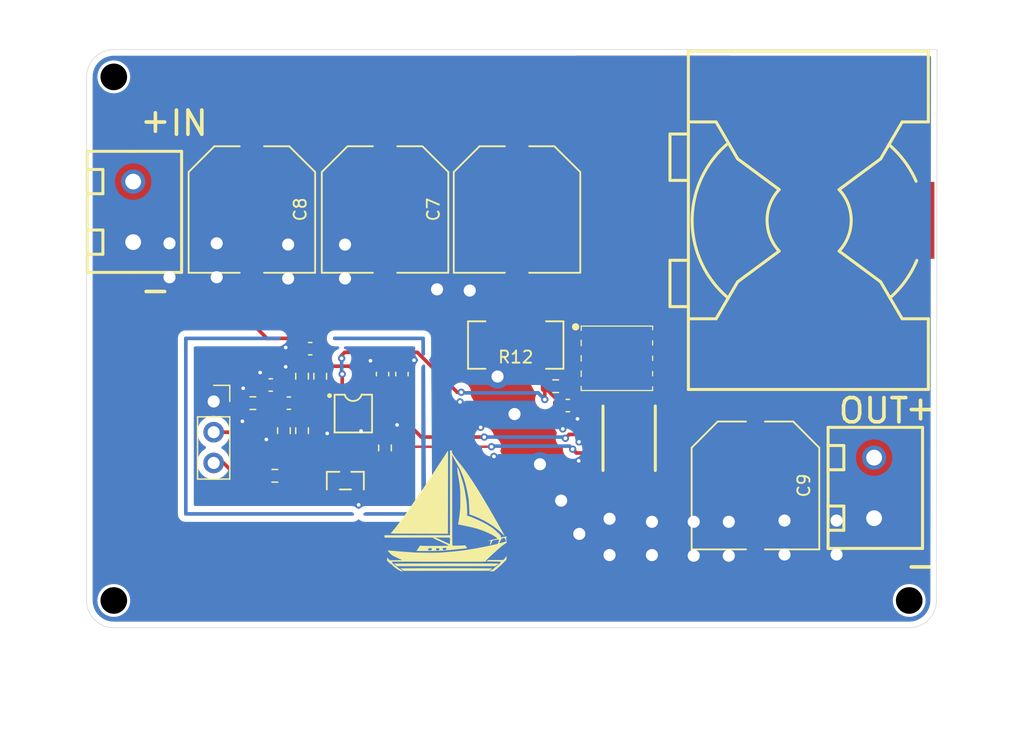
<source format=kicad_pcb>
(kicad_pcb (version 20240108) (generator "pcbnew") (generator_version "8.0")
  (layers (0 "F.Cu" signal) (31 "B.Cu" signal) (34 "B.Paste" user) (35 "F.Paste" user) (36 "B.SilkS" user "B.Silkscreen") (37 "F.SilkS" user "F.Silkscreen") (38 "B.Mask" user) (39 "F.Mask" user) (44 "Edge.Cuts" user))
  (net 0 "")
  (net 1 "GND")
  (net 2 "Net-(U1-FB)")
  (net 3 "Net-(U1-COMP)")
  (net 4 "Net-(C3-Pad1)")
  (net 5 "+16V_IN")
  (net 6 "Net-(U1-VCC)")
  (net 7 "+24V_OUT")
  (net 8 "Net-(U1-ISEN)")
  (net 9 "Net-(Q1-D)")
  (net 11 "Net-(Q1-G)")
  (net 12 "Net-(U1-UVLO)")
  (net 13 "Net-(J3-Pin_3)")
  (net 14 "Net-(J3-Pin_2)")
  (net 15 "Net-(Q2-D)")
  (net 16 "Net-(Q1-S-Pad1)")
  (net 17 "Net-(U1-FA{slash}SYNC{slash}SD)")
  (footprint "Capacitor_SMD:C_0603_1608Metric" (layer "F.Cu") (at 141.7625 99.7)
    (property "Reference" "C2" (hide yes))
    (property "Value" "33n")
    (pad "1" smd roundrect (at -0.775 0) (size 0.9 0.95) (layers "F.Cu" "F.Paste" "F.Mask") (net 1 "GND"))
    (pad "2" smd roundrect (at 0.775 0) (size 0.9 0.95) (layers "F.Cu" "F.Paste" "F.Mask") (net 3 "Net-(U1-COMP)"))
  )
  (footprint "easyeda2kicad:CAP-SMD_BD10.0-L10.4-W10.4-LS11.0-FD" (layer "F.Cu") (at 181.8 108 -90)
    (property "Reference" "C9" (at 0 -4 90) (layer "F.SilkS"))
    (property "Value" "OVZ121M1V1013-TRO")
    (pad "1" smd rect (at -4.2 0 270) (size 3.91 1.26) (layers "F.Cu" "F.Paste" "F.Mask") (net 7 "+24V_OUT"))
    (pad "2" smd rect (at 4.2 0 270) (size 3.91 1.26) (layers "F.Cu" "F.Paste" "F.Mask") (net 1 "GND"))
  )
  (footprint "MountingHole:MountingHole_2.2mm_M2" (layer "F.Cu") (at 194.5 117.5)
    (property "Reference" "H4" (hide yes))
    (property "Value" "MountingHole")
    (pad "" np_thru_hole circle (at 0 0) (size 2.2 2.2) (drill 2.2) (layers "*.Mask"))
  )
  (footprint "easyeda2kicad:TO-277_3P-L5.4-W4.0-LS6.5-BR" (layer "F.Cu") (at 171.3675 103.295 90)
    (property "Reference" "D1" (hide yes))
    (property "Value" "ST2045")
    (pad "1" smd rect (at 2.02 0.92 90) (size 1.29 1.42) (layers "F.Cu" "F.Paste" "F.Mask") (net 9 "Net-(Q1-D)"))
    (pad "2" smd rect (at -2.02 0 180) (size 3.8 4.8) (layers "F.Cu" "F.Paste" "F.Mask") (net 7 "+24V_OUT"))
    (pad "3" smd rect (at 2.02 -0.92 90) (size 1.29 1.42) (layers "F.Cu" "F.Paste" "F.Mask") (net 9 "Net-(Q1-D)"))
  )
  (footprint "Resistor_SMD:R_0603_1608Metric" (layer "F.Cu") (at 142.85 103.475 90)
    (property "Reference" "R2" (hide yes))
    (property "Value" "1k")
    (pad "1" smd roundrect (at -0.825 0 90) (size 0.8 0.95) (layers "F.Cu" "F.Paste" "F.Mask") (net 1 "GND"))
    (pad "2" smd roundrect (at 0.825 0 90) (size 0.8 0.95) (layers "F.Cu" "F.Paste" "F.Mask") (net 2 "Net-(U1-FB)"))
  )
  (footprint "Resistor_SMD:R_0603_1608Metric" (layer "F.Cu") (at 142.1 107.2)
    (property "Reference" "R8" (hide yes))
    (property "Value" "15k")
    (pad "1" smd roundrect (at -0.825 0) (size 0.8 0.95) (layers "F.Cu" "F.Paste" "F.Mask") (net 13 "Net-(J3-Pin_3)"))
    (pad "2" smd roundrect (at 0.825 0) (size 0.8 0.95) (layers "F.Cu" "F.Paste" "F.Mask") (net 15 "Net-(Q2-D)"))
  )
  (footprint "LOGO" (layer "F.Cu") (at 156.2 110.1)
    (property "Reference" "G***" (hide yes))
    (property "Value" "LOGO" (hide yes))
  )
  (footprint "Resistor_SMD:R_0603_1608Metric" (layer "F.Cu") (at 151.2 104.9 -90)
    (property "Reference" "R7" (hide yes))
    (property "Value" "205k")
    (pad "1" smd roundrect (at -0.825 0 270) (size 0.8 0.95) (layers "F.Cu" "F.Paste" "F.Mask") (net 17 "Net-(U1-FA{slash}SYNC{slash}SD)"))
    (pad "2" smd roundrect (at 0.825 0 270) (size 0.8 0.95) (layers "F.Cu" "F.Paste" "F.Mask") (net 15 "Net-(Q2-D)"))
  )
  (footprint "MountingHole:MountingHole_2.2mm_M2" (layer "F.Cu") (at 128.8 74.25)
    (property "Reference" "H1" (hide yes))
    (property "Value" "MountingHole")
    (pad "" np_thru_hole circle (at 0 0) (size 2.2 2.2) (drill 2.2) (layers "*.Mask"))
  )
  (footprint "easyeda2kicad:CONN-TH_WJ126V-5.0-2P" (layer "F.Cu") (at 130.4 85.4)
    (property "Reference" "P1" (hide yes))
    (property "Value" "WJ126V-5.0-2P")
    (pad "1" thru_hole circle (at 0 -2.5 270) (size 2 2) (drill 1.300023) (layers "*.Cu" "*.Mask") (net 5 "+16V_IN"))
    (pad "2" thru_hole circle (at 0 2.5 270) (size 2 2) (drill 1.300023) (layers "*.Cu" "*.Mask") (net 1 "GND"))
  )
  (footprint "easyeda2kicad:CAP-SMD_BD10.0-L10.3-W10.3-LS11.3-FD" (layer "F.Cu") (at 140.2 85.2 -90)
    (property "Reference" "C8" (at 0 -4 90) (layer "F.SilkS"))
    (property "Value" "HV1H227M1010PZ")
    (pad "1" smd rect (at -4.5 0 270) (size 4.5 1.65) (layers "F.Cu" "F.Paste" "F.Mask") (net 5 "+16V_IN"))
    (pad "2" smd rect (at 4.5 0 270) (size 4.5 1.65) (layers "F.Cu" "F.Paste" "F.Mask") (net 1 "GND"))
  )
  (footprint "easyeda2kicad:CONN-TH_WJ126V-5.0-2P" (layer "F.Cu") (at 191.6 108.2)
    (property "Reference" "P2" (hide yes))
    (property "Value" "WJ126V-5.0-2P")
    (pad "1" thru_hole circle (at 0 -2.5 270) (size 2 2) (drill 1.300023) (layers "*.Cu" "*.Mask") (net 7 "+24V_OUT"))
    (pad "2" thru_hole circle (at 0 2.5 270) (size 2 2) (drill 1.300023) (layers "*.Cu" "*.Mask") (net 1 "GND"))
  )
  (footprint "Resistor_SMD:R_0603_1608Metric" (layer "F.Cu") (at 144.35 98.975 90)
    (property "Reference" "R3" (hide yes))
    (property "Value" "15.4k")
    (pad "1" smd roundrect (at -0.825 0 90) (size 0.8 0.95) (layers "F.Cu" "F.Paste" "F.Mask") (net 12 "Net-(U1-UVLO)"))
    (pad "2" smd roundrect (at 0.825 0 90) (size 0.8 0.95) (layers "F.Cu" "F.Paste" "F.Mask") (net 1 "GND"))
  )
  (footprint "easyeda2kicad:SOT-23-3_L2.9-W1.3-P1.90-LS2.4-BR" (layer "F.Cu") (at 147.925 107.6 -90)
    (property "Reference" "Q2" (hide yes))
    (property "Value" "2N7002K_C414015")
    (pad "1" smd rect (at 1 0.95 270) (size 1.25 0.7) (layers "F.Cu" "F.Paste" "F.Mask") (net 14 "Net-(J3-Pin_2)"))
    (pad "2" smd rect (at 1 -0.95 270) (size 1.25 0.7) (layers "F.Cu" "F.Paste" "F.Mask") (net 1 "GND"))
    (pad "3" smd rect (at -1 0 270) (size 1.25 0.7) (layers "F.Cu" "F.Paste" "F.Mask") (net 15 "Net-(Q2-D)"))
  )
  (footprint "Connector_PinSocket_2.54mm:PinSocket_1x03_P2.54mm_Vertical" (layer "F.Cu") (at 137.05 101.06)
    (property "Reference" "J3" (hide yes))
    (property "Value" "Conn_01x03_Socket")
    (pad "1" thru_hole rect (at 0 0) (size 1.7 1.7) (drill 1) (layers "*.Cu" "*.Mask") (net 1 "GND"))
    (pad "2" thru_hole oval (at 0 2.54) (size 1.7 1.7) (drill 1) (layers "*.Cu" "*.Mask") (net 14 "Net-(J3-Pin_2)"))
    (pad "3" thru_hole oval (at 0 5.08) (size 1.7 1.7) (drill 1) (layers "*.Cu" "*.Mask") (net 13 "Net-(J3-Pin_3)"))
  )
  (footprint "easyeda2kicad:R2512" (layer "F.Cu") (at 162 96.4 180)
    (property "Reference" "R12" (at 0 -1 0) (layer "F.SilkS"))
    (property "Value" "FRM252WFR0025TN")
    (pad "1" smd rect (at -3.07 0 180) (size 1.28 3.46) (layers "F.Cu" "F.Paste" "F.Mask") (net 16 "Net-(Q1-S-Pad1)"))
    (pad "2" smd rect (at 3.07 0 180) (size 1.28 3.46) (layers "F.Cu" "F.Paste" "F.Mask") (net 1 "GND"))
  )
  (footprint "easyeda2kicad:IND-SMD_3P-L27.9-W19.7-P10.43-LS27.9-BL-A" (layer "F.Cu") (at 182.9 86.1 -90)
    (property "Reference" "L1" (hide yes))
    (property "Value" "RSPQ2918-100M")
    (pad "1" smd rect (at -5.22 11.04 270) (size 5.33 5.59) (layers "F.Cu" "F.Paste" "F.Mask") (net 5 "+16V_IN"))
    (pad "2" smd rect (at 5.22 11.04 270) (size 5.33 5.59) (layers "F.Cu" "F.Paste" "F.Mask") (net 9 "Net-(Q1-D)"))
    (pad "3" smd rect (at 0 -11.04 270) (size 6.35 5.28) (layers "F.Cu" "F.Paste" "F.Mask"))
  )
  (footprint "Capacitor_SMD:C_0603_1608Metric" (layer "F.Cu") (at 145.025 96.7)
    (property "Reference" "C10" (hide yes))
    (property "Value" "100n")
    (pad "1" smd roundrect (at -0.775 0) (size 0.9 0.95) (layers "F.Cu" "F.Paste" "F.Mask") (net 1 "GND"))
    (pad "2" smd roundrect (at 0.775 0) (size 0.9 0.95) (layers "F.Cu" "F.Paste" "F.Mask") (net 5 "+16V_IN"))
  )
  (footprint "Capacitor_SMD:C_0603_1608Metric" (layer "F.Cu") (at 143.2625 101.2)
    (property "Reference" "C3" (hide yes))
    (property "Value" "680n")
    (pad "1" smd roundrect (at -0.775 0) (size 0.9 0.95) (layers "F.Cu" "F.Paste" "F.Mask") (net 4 "Net-(C3-Pad1)"))
    (pad "2" smd roundrect (at 0.775 0) (size 0.9 0.95) (layers "F.Cu" "F.Paste" "F.Mask") (net 3 "Net-(U1-COMP)"))
  )
  (footprint "Capacitor_SMD:C_0603_1608Metric" (layer "F.Cu") (at 152.6 98.8 90)
    (property "Reference" "C5" (hide yes))
    (property "Value" "1uF")
    (pad "1" smd roundrect (at -0.775 0 90) (size 0.9 0.95) (layers "F.Cu" "F.Paste" "F.Mask") (net 6 "Net-(U1-VCC)"))
    (pad "2" smd roundrect (at 0.775 0 90) (size 0.9 0.95) (layers "F.Cu" "F.Paste" "F.Mask") (net 1 "GND"))
  )
  (footprint "Resistor_SMD:R_0603_1608Metric" (layer "F.Cu") (at 144.35 103.475 -90)
    (property "Reference" "R4" (hide yes))
    (property "Value" "18.2k")
    (pad "1" smd roundrect (at -0.825 0 270) (size 0.8 0.95) (layers "F.Cu" "F.Paste" "F.Mask") (net 2 "Net-(U1-FB)"))
    (pad "2" smd roundrect (at 0.825 0 270) (size 0.8 0.95) (layers "F.Cu" "F.Paste" "F.Mask") (net 7 "+24V_OUT"))
  )
  (footprint "Resistor_SMD:R_0603_1608Metric" (layer "F.Cu") (at 165.3 99.8)
    (property "Reference" "R11" (hide yes))
    (property "Value" "100")
    (pad "1" smd roundrect (at -0.825 0) (size 0.8 0.95) (layers "F.Cu" "F.Paste" "F.Mask") (net 8 "Net-(U1-ISEN)"))
    (pad "2" smd roundrect (at 0.825 0) (size 0.8 0.95) (layers "F.Cu" "F.Paste" "F.Mask") (net 16 "Net-(Q1-S-Pad1)"))
  )
  (footprint "Resistor_SMD:R_0603_1608Metric" (layer "F.Cu") (at 140.2875 101.2)
    (property "Reference" "R1" (hide yes))
    (property "Value" "866")
    (pad "1" smd roundrect (at -0.825 0) (size 0.8 0.95) (layers "F.Cu" "F.Paste" "F.Mask") (net 1 "GND"))
    (pad "2" smd roundrect (at 0.825 0) (size 0.8 0.95) (layers "F.Cu" "F.Paste" "F.Mask") (net 4 "Net-(C3-Pad1)"))
  )
  (footprint "MountingHole:MountingHole_2.2mm_M2" (layer "F.Cu") (at 128.8 117.5)
    (property "Reference" "H3" (hide yes))
    (property "Value" "MountingHole")
    (pad "" np_thru_hole circle (at 0 0) (size 2.2 2.2) (drill 2.2) (layers "*.Mask"))
  )
  (footprint "easyeda2kicad:VSSOP-10_L3.0-W3.0-P0.50-LS4.9-BL" (layer "F.Cu") (at 148.6 102.1 -90)
    (property "Reference" "U1" (hide yes))
    (property "Value" "LM3481MMX/NOPB")
    (pad "1" smd rect (at -1 2.35 270) (size 0.3 1.3) (layers "F.Cu" "F.Paste" "F.Mask") (net 8 "Net-(U1-ISEN)"))
    (pad "2" smd rect (at -0.5 2.35 270) (size 0.3 1.3) (layers "F.Cu" "F.Paste" "F.Mask") (net 12 "Net-(U1-UVLO)"))
    (pad "3" smd rect (at 0 2.35 270) (size 0.3 1.3) (layers "F.Cu" "F.Paste" "F.Mask") (net 3 "Net-(U1-COMP)"))
    (pad "4" smd rect (at 0.5 2.35 270) (size 0.3 1.3) (layers "F.Cu" "F.Paste" "F.Mask") (net 2 "Net-(U1-FB)"))
    (pad "5" smd rect (at 1 2.35 270) (size 0.3 1.3) (layers "F.Cu" "F.Paste" "F.Mask") (net 1 "GND"))
    (pad "6" smd rect (at 1 -2.35 270) (size 0.3 1.3) (layers "F.Cu" "F.Paste" "F.Mask") (net 17 "Net-(U1-FA{slash}SYNC{slash}SD)"))
    (pad "7" smd rect (at 0.5 -2.35 270) (size 0.3 1.3) (layers "F.Cu" "F.Paste" "F.Mask") (net 1 "GND"))
    (pad "8" smd rect (at 0 -2.35 270) (size 0.3 1.3) (layers "F.Cu" "F.Paste" "F.Mask") (net 11 "Net-(Q1-G)"))
    (pad "9" smd rect (at -0.5 -2.35 270) (size 0.3 1.3) (layers "F.Cu" "F.Paste" "F.Mask") (net 6 "Net-(U1-VCC)"))
    (pad "10" smd rect (at -1 -2.35 270) (size 0.3 1.3) (layers "F.Cu" "F.Paste" "F.Mask") (net 5 "+16V_IN"))
  )
  (footprint "easyeda2kicad:TDSON-8_L5.9-W5.2-P1.27-BL" (layer "F.Cu") (at 169.255 97.495 -90)
    (property "Reference" "Q1" (hide yes))
    (property "Value" "BSC0702LS-HXY")
    (pad "1" smd rect (at -1.9 1.78 270) (size 0.5 0.9) (layers "F.Cu" "F.Paste" "F.Mask") (net 16 "Net-(Q1-S-Pad1)"))
    (pad "2" smd rect (at -0.63 1.78 270) (size 0.5 0.9) (layers "F.Cu" "F.Paste" "F.Mask") (net 16 "Net-(Q1-S-Pad1)"))
    (pad "3" smd rect (at 0.64 1.78 270) (size 0.5 0.9) (layers "F.Cu" "F.Paste" "F.Mask") (net 16 "Net-(Q1-S-Pad1)"))
    (pad "4" smd rect (at 1.91 1.78 270) (size 0.5 0.9) (layers "F.Cu" "F.Paste" "F.Mask") (net 11 "Net-(Q1-G)"))
    (pad "5" smd custom (at 0 -1.77 270) (size 0.01 0.01) (layers "F.Cu" "F.Paste" "F.Mask") (net 9 "Net-(Q1-D)") (options (clearance outline) (anchor circle)) (primitives (gr_poly (pts (xy -2.21 1.87) (xy 2.2 1.87) (xy 2.2 -2.68) (xy 1.6 -2.68) (xy 1.6 -1.88) (xy 0.93 -1.88) (xy 0.93 -2.68) (xy 0.33 -2.68) (xy 0.33 -1.88) (xy -0.34 -1.88) (xy -0.34 -2.68) (xy -0.94 -2.68) (xy -0.94 -1.88) (xy -1.61 -1.88) (xy -1.61 -2.68) (xy -2.21 -2.68)) (width 0.1) (fill yes))))
  )
  (footprint "easyeda2kicad:CAP-SMD_BD10.0-L10.3-W10.3-LS11.3-FD" (layer "F.Cu") (at 162.1 85.2 -90)
    (property "Reference" "C6" (hide yes))
    (property "Value" "HV1H227M1010PZ")
    (pad "1" smd rect (at -4.5 0 270) (size 4.5 1.65) (layers "F.Cu" "F.Paste" "F.Mask") (net 5 "+16V_IN"))
    (pad "2" smd rect (at 4.5 0 270) (size 4.5 1.65) (layers "F.Cu" "F.Paste" "F.Mask") (net 1 "GND"))
  )
  (footprint "Capacitor_SMD:C_0603_1608Metric" (layer "F.Cu") (at 166.3 101.4 180)
    (property "Reference" "Csen1" (hide yes))
    (property "Value" "10p")
    (pad "1" smd roundrect (at -0.775 0 180) (size 0.9 0.95) (layers "F.Cu" "F.Paste" "F.Mask") (net 1 "GND"))
    (pad "2" smd roundrect (at 0.775 0 180) (size 0.9 0.95) (layers "F.Cu" "F.Paste" "F.Mask") (net 8 "Net-(U1-ISEN)"))
  )
  (footprint "easyeda2kicad:CAP-SMD_BD10.0-L10.3-W10.3-LS11.3-FD" (layer "F.Cu") (at 151.2 85.2 -90)
    (property "Reference" "C7" (at 0 -4 90) (layer "F.SilkS"))
    (property "Value" "HV1H227M1010PZ")
    (pad "1" smd rect (at -4.5 0 270) (size 4.5 1.65) (layers "F.Cu" "F.Paste" "F.Mask") (net 5 "+16V_IN"))
    (pad "2" smd rect (at 4.5 0 270) (size 4.5 1.65) (layers "F.Cu" "F.Paste" "F.Mask") (net 1 "GND"))
  )
  (footprint "Capacitor_SMD:C_0603_1608Metric" (layer "F.Cu") (at 151 98.8 90)
    (property "Reference" "C4" (hide yes))
    (property "Value" "1uF")
    (pad "1" smd roundrect (at -0.775 0 90) (size 0.9 0.95) (layers "F.Cu" "F.Paste" "F.Mask") (net 5 "+16V_IN"))
    (pad "2" smd roundrect (at 0.775 0 90) (size 0.9 0.95) (layers "F.Cu" "F.Paste" "F.Mask") (net 1 "GND"))
  )
  (footprint "Resistor_SMD:R_0603_1608Metric" (layer "F.Cu") (at 145.85 98.975 90)
    (property "Reference" "R5" (hide yes))
    (property "Value" "44.2k")
    (pad "1" smd roundrect (at -0.825 0 90) (size 0.8 0.95) (layers "F.Cu" "F.Paste" "F.Mask") (net 12 "Net-(U1-UVLO)"))
    (pad "2" smd roundrect (at 0.825 0 90) (size 0.8 0.95) (layers "F.Cu" "F.Paste" "F.Mask") (net 5 "+16V_IN"))
  )
  (gr_arc (start 126.55 74.25) (mid 127.20901 72.65901) (end 128.8 72) (stroke (width 0.05)) (layer "Edge.Cuts"))
  (gr_arc (start 196.75 117.5) (mid 196.09099 119.09099) (end 194.5 119.75) (stroke (width 0.05)) (layer "Edge.Cuts"))
  (gr_line (start 128.8 119.75) (end 194 119.75) (stroke (width 0.05)) (layer "Edge.Cuts"))
  (gr_line (start 194 119.75) (end 194.5 119.75) (stroke (width 0.05)) (layer "Edge.Cuts"))
  (gr_line (start 196.8 72) (end 173.8 72) (stroke (width 0.05)) (layer "Edge.Cuts"))
  (gr_line (start 126.55 74.25) (end 126.55 117.5) (stroke (width 0.05)) (layer "Edge.Cuts"))
  (gr_line (start 173.8 72) (end 128.8 72) (stroke (width 0.05)) (layer "Edge.Cuts"))
  (gr_arc (start 128.8 119.75) (mid 127.20901 119.09099) (end 126.55 117.5) (stroke (width 0.05)) (layer "Edge.Cuts"))
  (gr_line (start 196.75 117.5) (end 196.8 72) (stroke (width 0.05)) (layer "Edge.Cuts"))
  (gr_text "OUT" (at 188.5 103 0) (layer "F.SilkS") (effects (font (size 2 2) (thickness 0.3)) (justify left bottom)))
  (gr_text "-" (at 130.8 93 0) (layer "F.SilkS") (effects (font (size 2 2) (thickness 0.3)) (justify left bottom)))
  (gr_text "-" (at 194 115.75 0) (layer "F.SilkS") (effects (font (size 2 2) (thickness 0.3)) (justify left bottom)))
  (gr_text "+" (at 194 102.75 0) (layer "F.SilkS") (effects (font (size 2 2) (thickness 0.3)) (justify left bottom)))
  (gr_text "+" (at 130.8 79 0) (layer "F.SilkS") (effects (font (size 2 2) (thickness 0.3)) (justify left bottom)))
  (gr_text "IN" (at 133.3 79.25 0) (layer "F.SilkS") (effects (font (size 2 2) (thickness 0.3)) (justify left bottom)))
  (segment (start 139.8 102.7) (end 141.35 104.25) (width 0.3) (layer "F.Cu") (net 1))
  (segment (start 152.6 98.025) (end 153.225 98.025) (width 0.3) (layer "F.Cu") (net 1))
  (segment (start 144.35 98.15) (end 142.9 98.15) (width 0.3) (layer "F.Cu") (net 1))
  (segment (start 151.8 102.6) (end 152.2 103) (width 0.3) (layer "F.Cu") (net 1))
  (segment (start 141.225 99.625) (end 141.325 99.725) (width 0.3) (layer "F.Cu") (net 1))
  (segment (start 150.95 102.6) (end 148.825 102.6) (width 0.3) (layer "F.Cu") (net 1))
  (segment (start 148.875 109.45) (end 149.025 109.6) (width 0.3) (layer "F.Cu") (net 1))
  (segment (start 153.225 98.025) (end 153.6 97.65) (width 0.3) (layer "F.Cu") (net 1))
  (segment (start 137.385 101.06) (end 137.05 101.06) (width 0.3) (layer "F.Cu") (net 1))
  (segment (start 148.825 102.6) (end 148.325 103.1) (width 0.3) (layer "F.Cu") (net 1))
  (segment (start 140.9625 99.7) (end 139.4625 101.2) (width 0.3) (layer "F.Cu") (net 1))
  (segment (start 143.1 96.7) (end 143 96.6) (width 0.2) (layer "F.Cu") (net 1))
  (segment (start 141.35 104.25) (end 142.8 104.25) (width 0.3) (layer "F.Cu") (net 1))
  (segment (start 139.025 102.7) (end 137.385 101.06) (width 0.3) (layer "F.Cu") (net 1))
  (segment (start 141.325 99.725) (end 141.3 99.725) (width 0.3) (layer "F.Cu") (net 1))
  (segment (start 150.325 98.025) (end 150 97.7) (width 0.3) (layer "F.Cu") (net 1))
  (segment (start 140.8875 98.675) (end 140.8875 99.6) (width 0.3) (layer "F.Cu") (net 1))
  (segment (start 142.8 104.25) (end 142.85 104.3) (width 0.3) (layer "F.Cu") (net 1))
  (segment (start 139.425 102.7) (end 139.8 102.7) (width 0.3) (layer "F.Cu") (net 1))
  (segment (start 146.25 103.525) (end 146.425 103.7) (width 0.3) (layer "F.Cu") (net 1))
  (segment (start 149.225 103.5) (end 149.225 103) (width 0.3) (layer "F.Cu") (net 1))
  (segment (start 144.25 96.7) (end 143.1 96.7) (width 0.2) (layer "F.Cu") (net 1))
  (segment (start 167.075 101.4) (end 167.075 102.475) (width 0.3) (layer "F.Cu") (net 1))
  (segment (start 139.4875 99.975) (end 139.4875 101.175) (width 0.3) (layer "F.Cu") (net 1))
  (segment (start 167.075 102.475) (end 167.1 102.5) (width 0.3) (layer "F.Cu") (net 1))
  (segment (start 149.225 103) (end 148.825 102.6) (width 0.3) (layer "F.Cu") (net 1))
  (segment (start 139.425 102.7) (end 139.025 102.7) (width 0.3) (layer "F.Cu") (net 1))
  (segment (start 148.325 103.1) (end 146.25 103.1) (width 0.3) (layer "F.Cu") (net 1))
  (segment (start 139.825 101.2) (end 139.8 101.225) (width 0.3) (layer "F.Cu") (net 1))
  (segment (start 151 98.025) (end 150.325 98.025) (width 0.3) (layer "F.Cu") (net 1))
  (segment (start 148.875 108.6) (end 148.875 109.45) (width 0.3) (layer "F.Cu") (net 1))
  (segment (start 150.95 102.6) (end 151.8 102.6) (width 0.3) (layer "F.Cu") (net 1))
  (segment (start 146.25 103.1) (end 146.25 103.525) (width 0.3) (layer "F.Cu") (net 1))
  (via (at 160.5 99) (size 2) (drill 1) (layers "F.Cu" "B.Cu") (net 1))
  (via (at 152.2 103) (size 0.6) (drill 0.3) (layers "F.Cu" "B.Cu") (net 1))
  (via (at 179.6 113.8) (size 2) (drill 1) (layers "F.Cu" "B.Cu") (net 1))
  (via (at 167.1 102.5) (size 0.6) (drill 0.3) (layers "F.Cu" "B.Cu") (net 1))
  (via (at 157.4 101.1) (size 0.6) (drill 0.3) (layers "F.Cu" "B.Cu") (net 1))
  (via (at 169.75 110.75) (size 2) (drill 1) (layers "F.Cu" "B.Cu") (net 1))
  (via (at 188.5 113.7) (size 2) (drill 1) (layers "F.Cu" "B.Cu") (net 1))
  (via (at 179.6 111) (size 2) (drill 1) (layers "F.Cu" "B.Cu") (net 1))
  (via (at 173.25 111) (size 2) (drill 1) (layers "F.Cu" "B.Cu") (net 1))
  (via (at 133.4 88) (size 2) (drill 1) (layers "F.Cu" "B.Cu") (net 1))
  (via (at 149.225 103.5) (size 0.7) (drill 0.3) (layers "F.Cu" "B.Cu") (net 1))
  (via (at 140.8875 98.675) (size 0.7) (drill 0.3) (layers "F.Cu" "B.Cu") (net 1))
  (via (at 147.9 88.1) (size 2) (drill 1) (layers "F.Cu" "B.Cu") (net 1))
  (via (at 137.3 90.8) (size 2) (drill 1) (layers "F.Cu" "B.Cu") (net 1))
  (via (at 133.4 90.8) (size 2) (drill 1) (layers "F.Cu" "B.Cu") (net 1))
  (via (at 184.2 110.9) (size 2) (drill 1) (layers "F.Cu" "B.Cu") (net 1))
  (via (at 160.2 105.6) (size 0.6) (drill 0.3) (layers "F.Cu" "B.Cu") (net 1))
  (via (at 165.75 109.25) (size 2) (drill 1) (layers "F.Cu" "B.Cu") (net 1))
  (via (at 143.2 88.1) (size 2) (drill 1) (layers "F.Cu" "B.Cu") (net 1))
  (via (at 139.4875 99.975) (size 0.7) (drill 0.3) (layers "F.Cu" "B.Cu") (net 1))
  (via (at 167.25 112) (size 2) (drill 1) (layers "F.Cu" "B.Cu") (net 1))
  (via (at 173.25 113.75) (size 2) (drill 1) (layers "F.Cu" "B.Cu") (net 1))
  (via (at 158.2 91.9) (size 2) (drill 1) (layers "F.Cu" "B.Cu") (net 1))
  (via (at 143 98.2) (size 0.7) (drill 0.3) (layers "F.Cu" "B.Cu") (net 1))
  (via (at 153.6 97.65) (size 0.6) (drill 0.3) (layers "F.Cu" "B.Cu") (net 1))
  (via (at 165.887291 103.328794) (size 0.6) (drill 0.3) (layers "F.Cu" "B.Cu") (net 1))
  (via (at 167.2 105.965) (size 0.6) (drill 0.3) (layers "F.Cu" "B.Cu") (net 1))
  (via (at 149.025 109.6) (size 0.6) (drill 0.3) (layers "F.Cu" "B.Cu") (net 1))
  (via (at 150 97.7) (size 0.6) (drill 0.3) (layers "F.Cu" "B.Cu") (net 1))
  (via (at 159.1 103.2) (size 0.6) (drill 0.3) (layers "F.Cu" "B.Cu") (net 1))
  (via (at 139.425 102.7) (size 0.7) (drill 0.3) (layers "F.Cu" "B.Cu") (net 1))
  (via (at 143 96.6) (size 0.6) (drill 0.3) (layers "F.Cu" "B.Cu") (net 1))
  (via (at 176.7 111) (size 2) (drill 1) (layers "F.Cu" "B.Cu") (net 1))
  (via (at 143.2 90.9) (size 2) (drill 1) (layers "F.Cu" "B.Cu") (net 1))
  (via (at 161.9 102.1) (size 2) (drill 1) (layers "F.Cu" "B.Cu") (net 1))
  (via (at 169.75 113.75) (size 2) (drill 1) (layers "F.Cu" "B.Cu") (net 1))
  (via (at 141.4 104.2) (size 0.7) (drill 0.3) (layers "F.Cu" "B.Cu") (net 1))
  (via (at 188.5 110.9) (size 2) (drill 1) (layers "F.Cu" "B.Cu") (net 1))
  (via (at 167.227735 104.398753) (size 0.6) (drill 0.3) (layers "F.Cu" "B.Cu") (net 1))
  (via (at 176.7 113.8) (size 2) (drill 1) (layers "F.Cu" "B.Cu") (net 1))
  (via (at 147.9 90.9) (size 2) (drill 1) (layers "F.Cu" "B.Cu") (net 1))
  (via (at 164 106.25) (size 2) (drill 1) (layers "F.Cu" "B.Cu") (net 1))
  (via (at 155.5 91.8) (size 2) (drill 1) (layers "F.Cu" "B.Cu") (net 1))
  (via (at 146.425 103.7) (size 0.6) (drill 0.3) (layers "F.Cu" "B.Cu") (net 1))
  (via (at 184.2 113.7) (size 2) (drill 1) (layers "F.Cu" "B.Cu") (net 1))
  (via (at 137.3 88) (size 2) (drill 1) (layers "F.Cu" "B.Cu") (net 1))
  (segment (start 146.25 102.6) (end 144.4 102.6) (width 0.3) (layer "F.Cu") (net 2))
  (segment (start 142.85 102.65) (end 144.35 102.65) (width 0.3) (layer "F.Cu") (net 2))
  (segment (start 142.8 102.7) (end 142.85 102.65) (width 0.3) (layer "F.Cu") (net 2))
  (segment (start 144.4 102.6) (end 144.35 102.65) (width 0.3) (layer "F.Cu") (net 2))
  (segment (start 146.25 102.1) (end 145.058358 102.1) (width 0.3) (layer "F.Cu") (net 3))
  (segment (start 142.5375 99.7) (end 142.85 99.7) (width 0.3) (layer "F.Cu") (net 3))
  (segment (start 142.658358 99.7) (end 142.5375 99.7) (width 0.3) (layer "F.Cu") (net 3))
  (segment (start 145.058358 102.1) (end 142.658358 99.7) (width 0.3) (layer "F.Cu") (net 3))
  (segment (start 142.4875 101.2) (end 141.1125 101.2) (width 0.3) (layer "F.Cu") (net 4))
  (segment (start 150.95 101.1) (end 151.525 101.1) (width 0.3) (layer "F.Cu") (net 5))
  (segment (start 150.95 101.1) (end 150.475 101.1) (width 0.3) (layer "F.Cu") (net 5))
  (segment (start 150.95 101.1) (end 150.95 99.625) (width 0.3) (layer "F.Cu") (net 5))
  (segment (start 147.35 98.15) (end 145.85 98.15) (width 0.3) (layer "F.Cu") (net 5))
  (segment (start 149.475 100.1) (end 149.475 99.35) (width 0.3) (layer "F.Cu") (net 5))
  (segment (start 127.4 90.2) (end 130.6 93.4) (width 0.3) (layer "F.Cu") (net 5))
  (segment (start 147.35 98.15) (end 148.275 98.15) (width 0.3) (layer "F.Cu") (net 5))
  (segment (start 145.85 98.15) (end 145.85 96.75) (width 0.3) (layer "F.Cu") (net 5))
  (segment (start 127.4 85.9) (end 127.4 90.2) (width 0.3) (layer "F.Cu") (net 5))
  (segment (start 150.475 101.1) (end 149.475 100.1) (width 0.3) (layer "F.Cu") (net 5))
  (segment (start 148.275 98.15) (end 149.475 99.35) (width 0.3) (layer "F.Cu") (net 5))
  (segment (start 141.45 95.85) (end 139.025 93.425) (width 0.3) (layer "F.Cu") (net 5))
  (segment (start 131.225 93.425) (end 139.025 93.425) (width 0.3) (layer "F.Cu") (net 5))
  (segment (start 150.95 99.625) (end 151 99.575) (width 0.3) (layer "F.Cu") (net 5))
  (segment (start 144.95 95.85) (end 145.8 96.7) (width 0.3) (layer "F.Cu") (net 5))
  (segment (start 130.6 93.4) (end 131.2 93.4) (width 0.3) (layer "F.Cu") (net 5))
  (segment (start 145.85 96.75) (end 145.8 96.7) (width 0.3) (layer "F.Cu") (net 5))
  (segment (start 130.4 82.9) (end 127.4 85.9) (width 0.3) (layer "F.Cu") (net 5))
  (segment (start 131.2 93.4) (end 131.225 93.425) (width 0.3) (layer "F.Cu") (net 5))
  (segment (start 141.45 95.85) (end 144.95 95.85) (width 0.3) (layer "F.Cu") (net 5))
  (segment (start 151.8 101.6) (end 152.6 100.8) (width 0.3) (layer "F.Cu") (net 6))
  (segment (start 150.95 101.6) (end 151.8 101.6) (width 0.3) (layer "F.Cu") (net 6))
  (segment (start 152.6 100.8) (end 152.6 99.575) (width 0.3) (layer "F.Cu") (net 6))
  (segment (start 147.15 104.3) (end 147.75 104.9) (width 0.2) (layer "F.Cu") (net 7))
  (segment (start 144.35 104.3) (end 147.15 104.3) (width 0.2) (layer "F.Cu") (net 7))
  (segment (start 167.015 105.315) (end 171.3675 105.315) (width 0.3) (layer "F.Cu") (net 7))
  (segment (start 166.7 105) (end 167.015 105.315) (width 0.3) (layer "F.Cu") (net 7))
  (segment (start 147.75 104.9) (end 153.3 104.9) (width 0.2) (layer "F.Cu") (net 7))
  (segment (start 153.4 104.8) (end 160 104.8) (width 0.2) (layer "F.Cu") (net 7))
  (segment (start 153.3 104.9) (end 153.4 104.8) (width 0.2) (layer "F.Cu") (net 7))
  (via (at 166.7 105) (size 0.6) (drill 0.3) (layers "F.Cu" "B.Cu") (net 7))
  (via (at 160 104.8) (size 0.6) (drill 0.3) (layers "F.Cu" "B.Cu") (net 7))
  (segment (start 166.7 105) (end 166.45 104.75) (width 0.3) (layer "B.Cu") (net 7))
  (segment (start 166.45 104.75) (end 160.05 104.75) (width 0.3) (layer "B.Cu") (net 7))
  (segment (start 160.05 104.75) (end 160 104.8) (width 0.3) (layer "B.Cu") (net 7))
  (segment (start 157.5 100.3) (end 157.169239 100.3) (width 0.3) (layer "F.Cu") (net 8))
  (segment (start 146.25 101.1) (end 147.2 101.1) (width 0.3) (layer "F.Cu") (net 8))
  (segment (start 147.6 97.275) (end 147.6 97.481028) (width 0.3) (layer "F.Cu") (net 8))
  (segment (start 164.4 100.9) (end 164.4 99.875) (width 0.3) (layer "F.Cu") (net 8))
  (segment (start 147.2 101.1) (end 147.665668 100.634332) (width 0.3) (layer "F.Cu") (net 8))
  (segment (start 165.525 101.025) (end 164.475 99.975) (width 0.3) (layer "F.Cu") (net 8))
  (segment (start 157.169239 100.3) (end 153.869239 97) (width 0.3) (layer "F.Cu") (net 8))
  (segment (start 147.665668 100.634332) (end 147.665668 98.8) (width 0.3) (layer "F.Cu") (net 8))
  (segment (start 147.875 97) (end 147.6 97.275) (width 0.3) (layer "F.Cu") (net 8))
  (segment (start 153.869239 97) (end 147.875 97) (width 0.3) (layer "F.Cu") (net 8))
  (segment (start 147.6 97.481028) (end 147.618972 97.5) (width 0.3) (layer "F.Cu") (net 8))
  (segment (start 164.4 99.875) (end 164.475 99.8) (width 0.3) (layer "F.Cu") (net 8))
  (segment (start 164.475 99.975) (end 164.475 99.8) (width 0.3) (layer "F.Cu") (net 8))
  (segment (start 165.525 101.4) (end 165.525 101.025) (width 0.3) (layer "F.Cu") (net 8))
  (via (at 157.5 100.3) (size 0.6) (drill 0.3) (layers "F.Cu" "B.Cu") (net 8))
  (via (at 147.618972 97.5) (size 0.6) (drill 0.3) (layers "F.Cu" "B.Cu") (net 8))
  (via (at 164.4 100.9) (size 0.6) (drill 0.3) (layers "F.Cu" "B.Cu") (net 8))
  (via (at 147.665668 98.8) (size 0.6) (drill 0.3) (layers "F.Cu" "B.Cu") (net 8))
  (segment (start 164.4 100.9) (end 163.85 100.35) (width 0.3) (layer "B.Cu") (net 8))
  (segment (start 147.618972 98.753304) (end 147.665668 98.8) (width 0.3) (layer "B.Cu") (net 8))
  (segment (start 157.55 100.35) (end 157.5 100.3) (width 0.3) (layer "B.Cu") (net 8))
  (segment (start 163.85 100.35) (end 157.55 100.35) (width 0.3) (layer "B.Cu") (net 8))
  (segment (start 147.618972 97.5) (end 147.618972 98.753304) (width 0.3) (layer "B.Cu") (net 8))
  (segment (start 166.415687 103.784313) (end 167.015687 103.784313) (width 0.3) (layer "F.Cu") (net 11))
  (segment (start 166.1 104.1) (end 166.415687 103.784313) (width 0.3) (layer "F.Cu") (net 11))
  (segment (start 154.2 104) (end 152.3 102.1) (width 0.3) (layer "F.Cu") (net 11))
  (segment (start 152.3 102.1) (end 150.95 102.1) (width 0.3) (layer "F.Cu") (net 11))
  (segment (start 167.015687 103.784313) (end 168.2 102.6) (width 0.3) (layer "F.Cu") (net 11))
  (segment (start 168.2 100.13) (end 167.475 99.405) (width 0.3) (layer "F.Cu") (net 11))
  (segment (start 159.4 104) (end 154.2 104) (width 0.3) (layer "F.Cu") (net 11))
  (segment (start 168.2 102.6) (end 168.2 100.13) (width 0.3) (layer "F.Cu") (net 11))
  (via (at 166.1 104.1) (size 0.6) (drill 0.3) (layers "F.Cu" "B.Cu") (net 11))
  (via (at 159.4 104) (size 0.6) (drill 0.3) (layers "F.Cu" "B.Cu") (net 11))
  (segment (start 166.1 104.1) (end 166 104) (width 0.3) (layer "B.Cu") (net 11))
  (segment (start 166 104) (end 159.4 104) (width 0.3) (layer "B.Cu") (net 11))
  (segment (start 145.265464 101.6) (end 146.25 101.6) (width 0.3) (layer "F.Cu") (net 12))
  (segment (start 145 101.334536) (end 145.265464 101.6) (width 0.3) (layer "F.Cu") (net 12))
  (segment (start 145 100.65) (end 145 101.334536) (width 0.3) (layer "F.Cu") (net 12))
  (segment (start 145.85 99.8) (end 145 100.65) (width 0.3) (layer "F.Cu") (net 12))
  (segment (start 145.85 99.8) (end 144.35 99.8) (width 0.3) (layer "F.Cu") (net 12))
  (segment (start 138.925 107.2) (end 141.275 107.2) (width 0.3) (layer "F.Cu") (net 13))
  (segment (start 137.05 106.14) (end 137.865 106.14) (width 0.3) (layer "F.Cu") (net 13))
  (segment (start 137.865 106.14) (end 138.925 107.2) (width 0.3) (layer "F.Cu") (net 13))
  (segment (start 140.125 105.4) (end 140.883358 105.4) (width 0.3) (layer "F.Cu") (net 14))
  (segment (start 140.883358 105.4) (end 142.175 106.691642) (width 0.3) (layer "F.Cu") (net 14))
  (segment (start 142.175 106.691642) (end 142.175 107.708358) (width 0.3) (layer "F.Cu") (net 14))
  (segment (start 138.325 103.6) (end 140.125 105.4) (width 0.3) (layer "F.Cu") (net 14))
  (segment (start 143.066642 108.6) (end 146.975 108.6) (width 0.3) (layer "F.Cu") (net 14))
  (segment (start 137.05 103.6) (end 138.325 103.6) (width 0.3) (layer "F.Cu") (net 14))
  (segment (start 142.175 107.708358) (end 143.066642 108.6) (width 0.3) (layer "F.Cu") (net 14))
  (segment (start 143.525 106.6) (end 147.925 106.6) (width 0.3) (layer "F.Cu") (net 15))
  (segment (start 147.925 106.6) (end 150.325 106.6) (width 0.3) (layer "F.Cu") (net 15))
  (segment (start 150.325 106.6) (end 151.2 105.725) (width 0.3) (layer "F.Cu") (net 15))
  (segment (start 142.925 107.2) (end 143.525 106.6) (width 0.3) (layer "F.Cu") (net 15))
  (segment (start 165.07 96.4) (end 165.07 98.07) (width 0.3) (layer "F.Cu") (net 16))
  (segment (start 165.225 96.095) (end 165.225 97.775) (width 0.3) (layer "F.Cu") (net 16))
  (segment (start 165.07 98.07) (end 166.125 99.125) (width 0.3) (layer "F.Cu") (net 16))
  (segment (start 166.125 99.125) (end 166.125 99.8) (width 0.3) (layer "F.Cu") (net 16))
  (segment (start 150.95 103.1) (end 151.2 103.35) (width 0.3) (layer "F.Cu") (net 17))
  (segment (start 151.2 103.35) (end 151.2 104.075) (width 0.3) (layer "F.Cu") (net 17))
  (zone (net 1) (net_name "GND") (layer "F.Cu") (priority 3) (connect_pads yes (clearance 0.5)) (min_thickness 0.25) (fill yes (thermal_gap 0.5) (thermal_bridge_width 0.5))
    (polygon (pts (xy 196.2 109.1) (xy 196.1 115.1) (xy 176 115.2) (xy 166 115.2) (xy 154.2 92.8) (xy 129 92.8) (xy 129 85.9) (xy 163.1 85.9) (xy 163.1 99.4) (xy 168.3 109)))
  )
  (zone (net 7) (net_name "+24V_OUT") (layer "F.Cu") (priority 1) (connect_pads yes (clearance 0.5)) (min_thickness 0.25) (fill yes (thermal_gap 0.5) (thermal_bridge_width 0.5))
    (polygon (pts (xy 169.1 102.7) (xy 175 102.7) (xy 179.7 98.6) (xy 196.2 98.6) (xy 196.2 107.9) (xy 169.1 107.9)))
  )
  (zone (net 9) (net_name "Net-(Q1-D)") (layer "F.Cu") (connect_pads yes (clearance 0.5)) (min_thickness 0.25) (fill yes (thermal_gap 0.5) (thermal_bridge_width 0.5))
    (polygon (pts (xy 168.8 88.4) (xy 168.8 102.1) (xy 174.3 102.1) (xy 179.9 97.3) (xy 179.9 88.4)))
  )
  (zone (net 16) (net_name "Net-(Q1-S-Pad1)") (layer "F.Cu") (priority 2) (connect_pads yes (clearance 0.5)) (min_thickness 0.25) (fill yes (thermal_gap 0.5) (thermal_bridge_width 0.5))
    (polygon (pts (xy 168.1 98.6) (xy 168.1 90.6) (xy 164 90.6) (xy 164 98.6)))
  )
  (zone (net 5) (net_name "+16V_IN") (layer "F.Cu") (priority 5) (connect_pads yes (clearance 0.5)) (min_thickness 0.25) (fill yes (thermal_gap 0.5) (thermal_bridge_width 0.5))
    (polygon (pts (xy 179.75 84.75) (xy 127.85 84.75) (xy 127.85 77.1) (xy 169.25 72.25) (xy 179.75 72.25)))
  )
  (zone (net 1) (net_name "GND") (layer "B.Cu") (priority 4) (connect_pads yes (clearance 0.5)) (min_thickness 0.25) (fill yes (thermal_gap 0.5) (thermal_bridge_width 0.5))
    (polygon (pts (xy 123.2 67.9) (xy 201.6 68.6) (xy 204 125.9) (xy 119.4 128.4)))
  )
  (zone (net 0) (net_name "") (layer "B.Cu") (priority 6) (connect_pads yes (clearance 0.5)) (min_thickness 0.25) (fill yes (mode hatch) (thermal_gap 0.5) (thermal_bridge_width 0.5) (island_removal_mode 1) (island_area_min 10) (hatch_thickness 1) (hatch_gap 1.5) (hatch_orientation 0) (hatch_border_algorithm hatch_thickness) (hatch_min_hole_area 0.3))
    (polygon (pts (xy 154.5 95.7) (xy 154.6 110.5) (xy 134.6 110.5) (xy 134.6 95.7) (xy 143.5 95.7) (xy 143.5 96) (xy 134.9 96) (xy 134.9 110.2) (xy 154.2 110.2) (xy 154.2 96) (xy 146.9 96) (xy 146.9 95.7)))
  )
)
</source>
